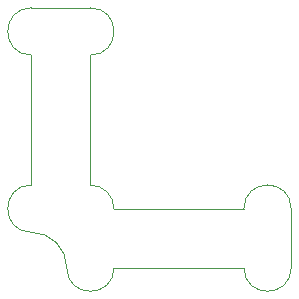
<source format=gbr>
%TF.GenerationSoftware,KiCad,Pcbnew,6.0.1-79c1e3a40b~116~ubuntu20.04.1*%
%TF.CreationDate,2022-01-29T12:22:12+01:00*%
%TF.ProjectId,pcb-connector-x2,7063622d-636f-46e6-9e65-63746f722d78,1*%
%TF.SameCoordinates,Original*%
%TF.FileFunction,Profile,NP*%
%FSLAX46Y46*%
G04 Gerber Fmt 4.6, Leading zero omitted, Abs format (unit mm)*
G04 Created by KiCad (PCBNEW 6.0.1-79c1e3a40b~116~ubuntu20.04.1) date 2022-01-29 12:22:12*
%MOMM*%
%LPD*%
G01*
G04 APERTURE LIST*
%TA.AperFunction,Profile*%
%ADD10C,0.100000*%
%TD*%
G04 APERTURE END LIST*
D10*
X135000000Y-98000000D02*
G75*
G03*
X135000000Y-102000000I0J-2000000D01*
G01*
X142000000Y-100000000D02*
X153000000Y-100000000D01*
X138000000Y-105000000D02*
G75*
G03*
X142000000Y-105000000I2000000J0D01*
G01*
X142000000Y-105000000D02*
X153000000Y-105000000D01*
X157000000Y-100000000D02*
G75*
G03*
X153000000Y-100000000I-2000000J0D01*
G01*
X142000000Y-100000000D02*
G75*
G03*
X140000000Y-98000000I-1999999J1D01*
G01*
X135000000Y-83000000D02*
G75*
G03*
X135000000Y-87000000I0J-2000000D01*
G01*
X157000000Y-100000000D02*
X157000000Y-105000000D01*
X138000000Y-105000000D02*
G75*
G03*
X135000000Y-102000000I-3000001J-1D01*
G01*
X135000000Y-83000000D02*
X140000000Y-83000000D01*
X135000000Y-87000000D02*
X135000000Y-98000000D01*
X153000000Y-105000000D02*
G75*
G03*
X157000000Y-105000000I2000000J0D01*
G01*
X140000000Y-87000000D02*
X140000000Y-98000000D01*
X140000000Y-87000000D02*
G75*
G03*
X140000000Y-83000000I0J2000000D01*
G01*
M02*

</source>
